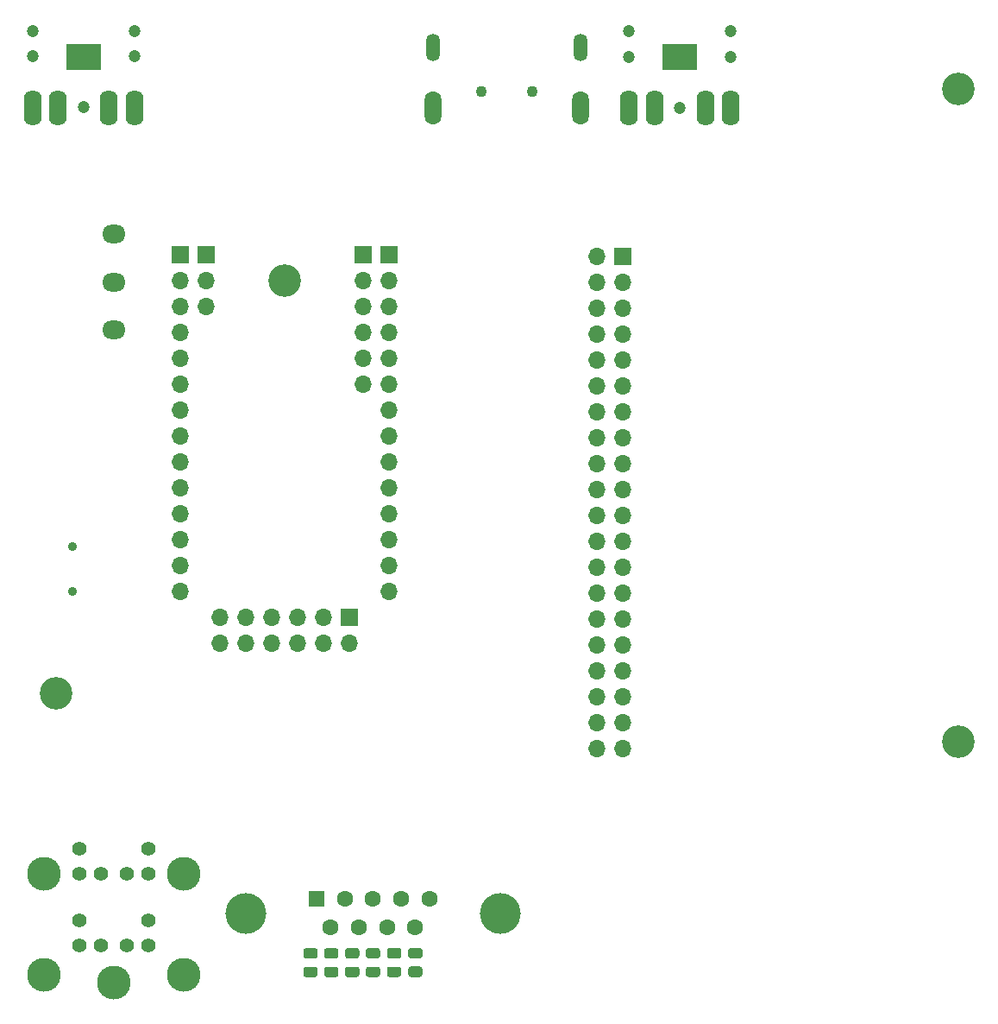
<source format=gbr>
%TF.GenerationSoftware,KiCad,Pcbnew,(5.1.8)-1*%
%TF.CreationDate,2021-04-17T11:25:56+02:00*%
%TF.ProjectId,CYC10 Board,43594331-3020-4426-9f61-72642e6b6963,rev?*%
%TF.SameCoordinates,Original*%
%TF.FileFunction,Soldermask,Bot*%
%TF.FilePolarity,Negative*%
%FSLAX46Y46*%
G04 Gerber Fmt 4.6, Leading zero omitted, Abs format (unit mm)*
G04 Created by KiCad (PCBNEW (5.1.8)-1) date 2021-04-17 11:25:56*
%MOMM*%
%LPD*%
G01*
G04 APERTURE LIST*
%ADD10C,1.200000*%
%ADD11R,3.500000X2.500000*%
%ADD12O,1.750000X3.500000*%
%ADD13C,3.200000*%
%ADD14C,3.316000*%
%ADD15C,1.408000*%
%ADD16R,1.700000X1.700000*%
%ADD17O,1.700000X1.700000*%
%ADD18O,1.650000X3.300000*%
%ADD19O,1.350000X2.700000*%
%ADD20C,1.100000*%
%ADD21O,2.300000X1.800000*%
%ADD22C,0.900000*%
%ADD23C,4.000000*%
%ADD24C,1.600000*%
%ADD25R,1.600000X1.600000*%
G04 APERTURE END LIST*
D10*
%TO.C,J11*%
X87014000Y-21463100D03*
X97014000Y-21463100D03*
X92014000Y-28963100D03*
X87014000Y-23963100D03*
X97014000Y-23963100D03*
D11*
X92014000Y-24002100D03*
D12*
X97014000Y-29008100D03*
X87014000Y-29008100D03*
X94514000Y-29008100D03*
X89514000Y-29008100D03*
%TD*%
%TO.C,R23*%
G36*
G01*
X66497601Y-112368000D02*
X65597599Y-112368000D01*
G75*
G02*
X65347600Y-112118001I0J249999D01*
G01*
X65347600Y-111592999D01*
G75*
G02*
X65597599Y-111343000I249999J0D01*
G01*
X66497601Y-111343000D01*
G75*
G02*
X66747600Y-111592999I0J-249999D01*
G01*
X66747600Y-112118001D01*
G75*
G02*
X66497601Y-112368000I-249999J0D01*
G01*
G37*
G36*
G01*
X66497601Y-114193000D02*
X65597599Y-114193000D01*
G75*
G02*
X65347600Y-113943001I0J249999D01*
G01*
X65347600Y-113417999D01*
G75*
G02*
X65597599Y-113168000I249999J0D01*
G01*
X66497601Y-113168000D01*
G75*
G02*
X66747600Y-113417999I0J-249999D01*
G01*
X66747600Y-113943001D01*
G75*
G02*
X66497601Y-114193000I-249999J0D01*
G01*
G37*
%TD*%
%TO.C,R20*%
G36*
G01*
X64419901Y-112373000D02*
X63519899Y-112373000D01*
G75*
G02*
X63269900Y-112123001I0J249999D01*
G01*
X63269900Y-111597999D01*
G75*
G02*
X63519899Y-111348000I249999J0D01*
G01*
X64419901Y-111348000D01*
G75*
G02*
X64669900Y-111597999I0J-249999D01*
G01*
X64669900Y-112123001D01*
G75*
G02*
X64419901Y-112373000I-249999J0D01*
G01*
G37*
G36*
G01*
X64419901Y-114198000D02*
X63519899Y-114198000D01*
G75*
G02*
X63269900Y-113948001I0J249999D01*
G01*
X63269900Y-113422999D01*
G75*
G02*
X63519899Y-113173000I249999J0D01*
G01*
X64419901Y-113173000D01*
G75*
G02*
X64669900Y-113422999I0J-249999D01*
G01*
X64669900Y-113948001D01*
G75*
G02*
X64419901Y-114198000I-249999J0D01*
G01*
G37*
%TD*%
%TO.C,R19*%
G36*
G01*
X62347301Y-112381000D02*
X61447299Y-112381000D01*
G75*
G02*
X61197300Y-112131001I0J249999D01*
G01*
X61197300Y-111605999D01*
G75*
G02*
X61447299Y-111356000I249999J0D01*
G01*
X62347301Y-111356000D01*
G75*
G02*
X62597300Y-111605999I0J-249999D01*
G01*
X62597300Y-112131001D01*
G75*
G02*
X62347301Y-112381000I-249999J0D01*
G01*
G37*
G36*
G01*
X62347301Y-114206000D02*
X61447299Y-114206000D01*
G75*
G02*
X61197300Y-113956001I0J249999D01*
G01*
X61197300Y-113430999D01*
G75*
G02*
X61447299Y-113181000I249999J0D01*
G01*
X62347301Y-113181000D01*
G75*
G02*
X62597300Y-113430999I0J-249999D01*
G01*
X62597300Y-113956001D01*
G75*
G02*
X62347301Y-114206000I-249999J0D01*
G01*
G37*
%TD*%
%TO.C,R8*%
G36*
G01*
X60302601Y-112381000D02*
X59402599Y-112381000D01*
G75*
G02*
X59152600Y-112131001I0J249999D01*
G01*
X59152600Y-111605999D01*
G75*
G02*
X59402599Y-111356000I249999J0D01*
G01*
X60302601Y-111356000D01*
G75*
G02*
X60552600Y-111605999I0J-249999D01*
G01*
X60552600Y-112131001D01*
G75*
G02*
X60302601Y-112381000I-249999J0D01*
G01*
G37*
G36*
G01*
X60302601Y-114206000D02*
X59402599Y-114206000D01*
G75*
G02*
X59152600Y-113956001I0J249999D01*
G01*
X59152600Y-113430999D01*
G75*
G02*
X59402599Y-113181000I249999J0D01*
G01*
X60302601Y-113181000D01*
G75*
G02*
X60552600Y-113430999I0J-249999D01*
G01*
X60552600Y-113956001D01*
G75*
G02*
X60302601Y-114206000I-249999J0D01*
G01*
G37*
%TD*%
%TO.C,R7*%
G36*
G01*
X58255301Y-112386000D02*
X57355299Y-112386000D01*
G75*
G02*
X57105300Y-112136001I0J249999D01*
G01*
X57105300Y-111610999D01*
G75*
G02*
X57355299Y-111361000I249999J0D01*
G01*
X58255301Y-111361000D01*
G75*
G02*
X58505300Y-111610999I0J-249999D01*
G01*
X58505300Y-112136001D01*
G75*
G02*
X58255301Y-112386000I-249999J0D01*
G01*
G37*
G36*
G01*
X58255301Y-114211000D02*
X57355299Y-114211000D01*
G75*
G02*
X57105300Y-113961001I0J249999D01*
G01*
X57105300Y-113435999D01*
G75*
G02*
X57355299Y-113186000I249999J0D01*
G01*
X58255301Y-113186000D01*
G75*
G02*
X58505300Y-113435999I0J-249999D01*
G01*
X58505300Y-113961001D01*
G75*
G02*
X58255301Y-114211000I-249999J0D01*
G01*
G37*
%TD*%
%TO.C,R6*%
G36*
G01*
X56210601Y-112386000D02*
X55310599Y-112386000D01*
G75*
G02*
X55060600Y-112136001I0J249999D01*
G01*
X55060600Y-111610999D01*
G75*
G02*
X55310599Y-111361000I249999J0D01*
G01*
X56210601Y-111361000D01*
G75*
G02*
X56460600Y-111610999I0J-249999D01*
G01*
X56460600Y-112136001D01*
G75*
G02*
X56210601Y-112386000I-249999J0D01*
G01*
G37*
G36*
G01*
X56210601Y-114211000D02*
X55310599Y-114211000D01*
G75*
G02*
X55060600Y-113961001I0J249999D01*
G01*
X55060600Y-113435999D01*
G75*
G02*
X55310599Y-113186000I249999J0D01*
G01*
X56210601Y-113186000D01*
G75*
G02*
X56460600Y-113435999I0J-249999D01*
G01*
X56460600Y-113961001D01*
G75*
G02*
X56210601Y-114211000I-249999J0D01*
G01*
G37*
%TD*%
D13*
%TO.C,H4*%
X30789900Y-86349800D03*
%TD*%
%TO.C,H3*%
X119339000Y-91145000D03*
%TD*%
%TO.C,H2*%
X119339000Y-27145000D03*
%TD*%
%TO.C,H1*%
X53258700Y-45946100D03*
%TD*%
D14*
%TO.C,J10*%
X43319300Y-113954000D03*
X36469300Y-114754000D03*
X29619300Y-113954000D03*
X43319300Y-104054000D03*
X29619300Y-104054000D03*
D15*
X39869300Y-111104000D03*
X37769300Y-111104000D03*
X35169300Y-111104000D03*
X33069300Y-111104000D03*
X39869300Y-108654000D03*
X33069300Y-108654000D03*
X39869300Y-101604000D03*
X33069300Y-101604000D03*
X33069300Y-104054000D03*
X39869300Y-104054000D03*
X35169300Y-104054000D03*
X37769300Y-104054000D03*
%TD*%
D16*
%TO.C,J13*%
X86441300Y-43568600D03*
D17*
X83901300Y-43568600D03*
X86441300Y-46108600D03*
X83901300Y-46108600D03*
X86441300Y-48648600D03*
X83901300Y-48648600D03*
X86441300Y-51188600D03*
X83901300Y-51188600D03*
X86441300Y-53728600D03*
X83901300Y-53728600D03*
X86441300Y-56268600D03*
X83901300Y-56268600D03*
X86441300Y-58808600D03*
X83901300Y-58808600D03*
X86441300Y-61348600D03*
X83901300Y-61348600D03*
X86441300Y-63888600D03*
X83901300Y-63888600D03*
X86441300Y-66428600D03*
X83901300Y-66428600D03*
X86441300Y-68968600D03*
X83901300Y-68968600D03*
X86441300Y-71508600D03*
X83901300Y-71508600D03*
X86441300Y-74048600D03*
X83901300Y-74048600D03*
X86441300Y-76588600D03*
X83901300Y-76588600D03*
X86441300Y-79128600D03*
X83901300Y-79128600D03*
X86441300Y-81668600D03*
X83901300Y-81668600D03*
X86441300Y-84208600D03*
X83901300Y-84208600D03*
X86441300Y-86748600D03*
X83901300Y-86748600D03*
X86441300Y-89288600D03*
X83901300Y-89288600D03*
X86441300Y-91828600D03*
X83901300Y-91828600D03*
%TD*%
D10*
%TO.C,J12*%
X28495000Y-21397100D03*
X38495000Y-21397100D03*
X33495000Y-28897100D03*
X28495000Y-23897100D03*
X38495000Y-23897100D03*
D11*
X33495000Y-23936100D03*
D12*
X38495000Y-28942100D03*
X28495000Y-28942100D03*
X35995000Y-28942100D03*
X30995000Y-28942100D03*
%TD*%
D18*
%TO.C,J8*%
X67781600Y-28999900D03*
X82281600Y-28999900D03*
D19*
X82281600Y-23039900D03*
X67781600Y-23039900D03*
D20*
X77531600Y-27349900D03*
X72531600Y-27349900D03*
%TD*%
D21*
%TO.C,SW1*%
X36449000Y-50765400D03*
X36449000Y-46065400D03*
X36449000Y-41365400D03*
%TD*%
D22*
%TO.C,J9*%
X32425600Y-76388300D03*
X32425600Y-71988300D03*
%TD*%
D23*
%TO.C,J6*%
X74389900Y-107938000D03*
X49389900Y-107938000D03*
D24*
X66044900Y-109358000D03*
X63274900Y-109358000D03*
X60504900Y-109358000D03*
X57734900Y-109358000D03*
X67429900Y-106518000D03*
X64659900Y-106518000D03*
X61889900Y-106518000D03*
X59119900Y-106518000D03*
D25*
X56349900Y-106518000D03*
%TD*%
D16*
%TO.C,J5*%
X59551700Y-78963500D03*
D17*
X59551700Y-81503500D03*
X57011700Y-78963500D03*
X57011700Y-81503500D03*
X54471700Y-78963500D03*
X54471700Y-81503500D03*
X51931700Y-78963500D03*
X51931700Y-81503500D03*
X49391700Y-78963500D03*
X49391700Y-81503500D03*
X46851700Y-78963500D03*
X46851700Y-81503500D03*
%TD*%
%TO.C,J4*%
X63490000Y-76398100D03*
X63490000Y-73858100D03*
X63490000Y-71318100D03*
X63490000Y-68778100D03*
X63490000Y-66238100D03*
X63490000Y-63698100D03*
X63490000Y-61158100D03*
X63490000Y-58618100D03*
X63490000Y-56078100D03*
X63490000Y-53538100D03*
X63490000Y-50998100D03*
X63490000Y-48458100D03*
X63490000Y-45918100D03*
D16*
X63490000Y-43378100D03*
%TD*%
D17*
%TO.C,J3*%
X60950000Y-56078100D03*
X60950000Y-53538100D03*
X60950000Y-50998100D03*
X60950000Y-48458100D03*
X60950000Y-45918100D03*
D16*
X60950000Y-43378100D03*
%TD*%
D17*
%TO.C,J2*%
X45539700Y-48458100D03*
X45539700Y-45918100D03*
D16*
X45539700Y-43378100D03*
%TD*%
D17*
%TO.C,J1*%
X42999700Y-76388000D03*
X42999700Y-73848000D03*
X42999700Y-71308000D03*
X42999700Y-68768000D03*
X42999700Y-66228000D03*
X42999700Y-63688000D03*
X42999700Y-61148000D03*
X42999700Y-58608000D03*
X42999700Y-56068000D03*
X42999700Y-53528000D03*
X42999700Y-50988000D03*
X42999700Y-48448000D03*
X42999700Y-45908000D03*
D16*
X42999700Y-43368000D03*
%TD*%
M02*

</source>
